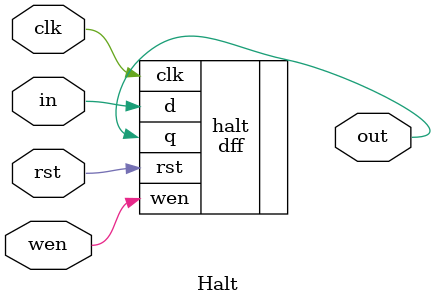
<source format=v>
module Halt(
    input clk,
    input rst,
    input wen,
    input in,

    output out
);


dff halt(.clk(clk), .rst(rst), .wen(wen), .d(in), .q(out));

endmodule
</source>
